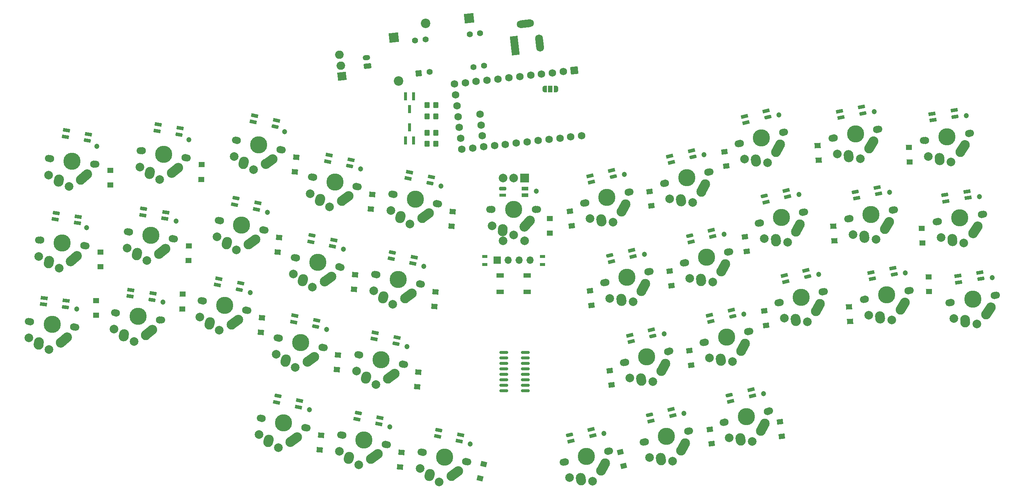
<source format=gbs>
G04 #@! TF.GenerationSoftware,KiCad,Pcbnew,(7.0.0-0)*
G04 #@! TF.CreationDate,2023-03-04T10:35:24+00:00*
G04 #@! TF.ProjectId,LeChiffre,4c654368-6966-4667-9265-2e6b69636164,rev?*
G04 #@! TF.SameCoordinates,Original*
G04 #@! TF.FileFunction,Soldermask,Bot*
G04 #@! TF.FilePolarity,Negative*
%FSLAX46Y46*%
G04 Gerber Fmt 4.6, Leading zero omitted, Abs format (unit mm)*
G04 Created by KiCad (PCBNEW (7.0.0-0)) date 2023-03-04 10:35:24*
%MOMM*%
%LPD*%
G01*
G04 APERTURE LIST*
G04 Aperture macros list*
%AMRoundRect*
0 Rectangle with rounded corners*
0 $1 Rounding radius*
0 $2 $3 $4 $5 $6 $7 $8 $9 X,Y pos of 4 corners*
0 Add a 4 corners polygon primitive as box body*
4,1,4,$2,$3,$4,$5,$6,$7,$8,$9,$2,$3,0*
0 Add four circle primitives for the rounded corners*
1,1,$1+$1,$2,$3*
1,1,$1+$1,$4,$5*
1,1,$1+$1,$6,$7*
1,1,$1+$1,$8,$9*
0 Add four rect primitives between the rounded corners*
20,1,$1+$1,$2,$3,$4,$5,0*
20,1,$1+$1,$4,$5,$6,$7,0*
20,1,$1+$1,$6,$7,$8,$9,0*
20,1,$1+$1,$8,$9,$2,$3,0*%
%AMHorizOval*
0 Thick line with rounded ends*
0 $1 width*
0 $2 $3 position (X,Y) of the first rounded end (center of the circle)*
0 $4 $5 position (X,Y) of the second rounded end (center of the circle)*
0 Add line between two ends*
20,1,$1,$2,$3,$4,$5,0*
0 Add two circle primitives to create the rounded ends*
1,1,$1,$2,$3*
1,1,$1,$4,$5*%
%AMRotRect*
0 Rectangle, with rotation*
0 The origin of the aperture is its center*
0 $1 length*
0 $2 width*
0 $3 Rotation angle, in degrees counterclockwise*
0 Add horizontal line*
21,1,$1,$2,0,0,$3*%
%AMFreePoly0*
4,1,19,0.550000,-0.750000,0.000000,-0.750000,0.000000,-0.744911,-0.071157,-0.744911,-0.207708,-0.704816,-0.327430,-0.627875,-0.420627,-0.520320,-0.479746,-0.390866,-0.500000,-0.250000,-0.500000,0.250000,-0.479746,0.390866,-0.420627,0.520320,-0.327430,0.627875,-0.207708,0.704816,-0.071157,0.744911,0.000000,0.744911,0.000000,0.750000,0.550000,0.750000,0.550000,-0.750000,0.550000,-0.750000,
$1*%
%AMFreePoly1*
4,1,19,0.000000,0.744911,0.071157,0.744911,0.207708,0.704816,0.327430,0.627875,0.420627,0.520320,0.479746,0.390866,0.500000,0.250000,0.500000,-0.250000,0.479746,-0.390866,0.420627,-0.520320,0.327430,-0.627875,0.207708,-0.704816,0.071157,-0.744911,0.000000,-0.744911,0.000000,-0.750000,-0.550000,-0.750000,-0.550000,0.750000,0.000000,0.750000,0.000000,0.744911,0.000000,0.744911,
$1*%
G04 Aperture macros list end*
%ADD10C,1.700000*%
%ADD11C,1.200000*%
%ADD12C,1.750000*%
%ADD13C,3.987800*%
%ADD14HorizOval,2.250000X-0.054968X-0.285445X0.054968X0.285445X0*%
%ADD15C,2.250000*%
%ADD16C,2.000000*%
%ADD17HorizOval,2.250000X-0.739078X-0.644739X0.739078X0.644739X0*%
%ADD18HorizOval,2.250000X-0.064896X-0.283352X0.064896X0.283352X0*%
%ADD19HorizOval,2.250000X-0.761129X-0.618553X0.761129X0.618553X0*%
%ADD20HorizOval,2.250000X-0.079637X-0.279568X0.079637X0.279568X0*%
%ADD21HorizOval,2.250000X-0.792459X-0.577871X0.792459X0.577871X0*%
%ADD22HorizOval,2.250000X0.050977X-0.286184X-0.050977X0.286184X0*%
%ADD23HorizOval,2.250000X-0.458935X-0.866778X0.458935X0.866778X0*%
%ADD24HorizOval,2.250000X0.035930X-0.288460X-0.035930X0.288460X0*%
%ADD25HorizOval,2.250000X-0.503670X-0.841571X0.503670X0.841571X0*%
%ADD26HorizOval,2.250000X0.025841X-0.289538X-0.025841X0.289538X0*%
%ADD27HorizOval,2.250000X-0.532734X-0.823481X0.532734X0.823481X0*%
%ADD28R,1.700000X1.700000*%
%ADD29O,1.700000X1.700000*%
%ADD30R,2.000000X2.000000*%
%ADD31HorizOval,2.250000X-0.019771X-0.290016X0.019771X0.290016X0*%
%ADD32HorizOval,2.250000X-0.654995X-0.730004X0.654995X0.730004X0*%
%ADD33RotRect,2.200000X2.200000X276.500000*%
%ADD34HorizOval,2.200000X0.000000X0.000000X0.000000X0.000000X0*%
%ADD35RotRect,4.400000X1.800000X96.500000*%
%ADD36HorizOval,1.800000X-0.124524X1.092929X0.124524X-1.092929X0*%
%ADD37HorizOval,1.800000X-1.092929X-0.124524X1.092929X0.124524X0*%
%ADD38RoundRect,0.250000X0.660604X-0.276998X0.581361X0.418502X-0.660604X0.276998X-0.581361X-0.418502X0*%
%ADD39HorizOval,1.200000X0.273232X0.031131X-0.273232X-0.031131X0*%
%ADD40RotRect,1.905000X2.000000X96.500000*%
%ADD41HorizOval,1.905000X0.047195X0.005377X-0.047195X-0.005377X0*%
%ADD42RotRect,1.400000X1.400000X96.500000*%
%ADD43C,1.400000*%
%ADD44RotRect,2.200000X2.200000X186.500000*%
%ADD45HorizOval,2.200000X0.000000X0.000000X0.000000X0.000000X0*%
%ADD46R,1.400000X1.200000*%
%ADD47RotRect,1.200000X1.400000X88.000000*%
%ADD48RotRect,1.200000X1.400000X85.000000*%
%ADD49RotRect,1.200000X1.400000X97.000000*%
%ADD50RotRect,1.200000X1.400000X94.000000*%
%ADD51RotRect,1.200000X1.400000X92.000000*%
%ADD52R,1.700000X1.000000*%
%ADD53R,1.300000X0.700000*%
%ADD54RoundRect,0.250000X-0.350000X-0.450000X0.350000X-0.450000X0.350000X0.450000X-0.350000X0.450000X0*%
%ADD55RotRect,1.622000X0.820000X348.000000*%
%ADD56RoundRect,0.205000X-0.635379X-0.074526X0.550136X-0.326515X0.635379X0.074526X-0.550136X0.326515X0*%
%ADD57RotRect,1.622000X0.803000X348.000000*%
%ADD58R,1.622000X0.820000*%
%ADD59RoundRect,0.205000X0.606000X0.205000X-0.606000X0.205000X-0.606000X-0.205000X0.606000X-0.205000X0*%
%ADD60R,1.622000X0.803000*%
%ADD61RotRect,1.622000X0.820000X168.000000*%
%ADD62RoundRect,0.205000X0.635379X0.074526X-0.550136X0.326515X-0.635379X-0.074526X0.550136X-0.326515X0*%
%ADD63RotRect,1.622000X0.803000X168.000000*%
%ADD64RotRect,1.622000X0.820000X14.000000*%
%ADD65RoundRect,0.205000X-0.538405X-0.345515X0.637593X-0.052306X0.538405X0.345515X-0.637593X0.052306X0*%
%ADD66RotRect,1.622000X0.803000X14.000000*%
%ADD67RotRect,1.200000X1.400000X104.000000*%
%ADD68RotRect,1.622000X0.820000X347.500000*%
%ADD69RoundRect,0.205000X-0.636006X-0.068978X0.547265X-0.331303X0.636006X0.068978X-0.547265X0.331303X0*%
%ADD70RotRect,1.622000X0.803000X347.500000*%
%ADD71RotRect,1.622000X0.820000X171.000000*%
%ADD72RoundRect,0.205000X0.630608X0.107677X-0.566470X0.297275X-0.630608X-0.107677X0.566470X-0.297275X0*%
%ADD73RotRect,1.622000X0.803000X171.000000*%
%ADD74RotRect,1.622000X0.820000X350.500000*%
%ADD75RoundRect,0.205000X-0.631524X-0.102170X0.563854X-0.302207X0.631524X0.102170X-0.563854X0.302207X0*%
%ADD76RotRect,1.622000X0.803000X350.500000*%
%ADD77RotRect,1.622000X0.820000X191.000000*%
%ADD78RoundRect,0.205000X0.555750X0.316864X-0.633982X0.085603X-0.555750X-0.316864X0.633982X-0.085603X0*%
%ADD79RotRect,1.622000X0.803000X191.000000*%
%ADD80RotRect,1.622000X0.820000X194.000000*%
%ADD81RoundRect,0.205000X0.538405X0.345515X-0.637593X0.052306X-0.538405X-0.345515X0.637593X-0.052306X0*%
%ADD82RotRect,1.622000X0.803000X194.000000*%
%ADD83RotRect,1.622000X0.820000X189.000000*%
%ADD84RoundRect,0.205000X0.566470X0.297275X-0.630608X0.107677X-0.566470X-0.297275X0.630608X-0.107677X0*%
%ADD85RotRect,1.622000X0.803000X189.000000*%
%ADD86RoundRect,0.150000X-0.825000X-0.150000X0.825000X-0.150000X0.825000X0.150000X-0.825000X0.150000X0*%
%ADD87R,0.800000X1.900000*%
%ADD88C,1.752600*%
%ADD89RotRect,1.752600X1.752600X186.500000*%
%ADD90RotRect,1.622000X0.820000X11.000000*%
%ADD91RoundRect,0.205000X-0.555750X-0.316864X0.633982X-0.085603X0.555750X0.316864X-0.633982X0.085603X0*%
%ADD92RotRect,1.622000X0.803000X11.000000*%
%ADD93FreePoly0,180.000000*%
%ADD94R,1.000000X1.500000*%
%ADD95FreePoly1,180.000000*%
%ADD96RotRect,1.622000X0.820000X9.000000*%
%ADD97RoundRect,0.205000X-0.566470X-0.297275X0.630608X-0.107677X0.566470X0.297275X-0.630608X0.107677X0*%
%ADD98RotRect,1.622000X0.803000X9.000000*%
%ADD99RoundRect,0.250000X0.350000X0.450000X-0.350000X0.450000X-0.350000X-0.450000X0.350000X-0.450000X0*%
%ADD100RotRect,1.622000X0.820000X351.000000*%
%ADD101RoundRect,0.205000X-0.630608X-0.107677X0.566470X-0.297275X0.630608X0.107677X-0.566470X0.297275X0*%
%ADD102RotRect,1.622000X0.803000X351.000000*%
%ADD103RotRect,1.200000X1.400000X76.000000*%
%ADD104RotRect,1.622000X0.820000X353.000000*%
%ADD105RoundRect,0.205000X-0.626466X-0.129619X0.576500X-0.277325X0.626466X0.129619X-0.576500X0.277325X0*%
%ADD106RotRect,1.622000X0.803000X353.000000*%
G04 APERTURE END LIST*
D10*
X47850155Y-69312435D03*
D11*
X48084093Y-65109618D03*
D12*
X47433285Y-69261250D03*
D13*
X42391151Y-68642154D03*
D12*
X37349017Y-68023058D03*
D10*
X36932147Y-67971873D03*
D14*
X39306405Y-73089382D03*
D15*
X39250988Y-73374740D03*
D16*
X36965317Y-71804483D03*
D17*
X45124125Y-72272281D03*
D15*
X44385039Y-72917012D03*
D16*
X41672122Y-74498176D03*
D10*
X45528545Y-88220439D03*
D11*
X45762483Y-84017622D03*
D12*
X45111675Y-88169254D03*
D13*
X40069541Y-87550158D03*
D12*
X35027407Y-86931062D03*
D10*
X34610537Y-86879877D03*
D14*
X36984795Y-91997386D03*
D15*
X36929378Y-92282744D03*
D16*
X34643707Y-90712487D03*
D17*
X42802515Y-91180285D03*
D15*
X42063429Y-91825016D03*
D16*
X39350512Y-93406180D03*
D10*
X43206934Y-107128445D03*
D11*
X43440872Y-102925628D03*
D12*
X42790064Y-107077260D03*
D13*
X37747930Y-106458164D03*
D12*
X32705796Y-105839068D03*
D10*
X32288926Y-105787883D03*
D14*
X34663184Y-110905392D03*
D15*
X34607767Y-111190750D03*
D16*
X32322096Y-109620493D03*
D17*
X40480904Y-110088291D03*
D15*
X39741818Y-110733022D03*
D16*
X37028901Y-112314186D03*
D10*
X69041707Y-67854600D03*
D11*
X69422179Y-63662507D03*
D12*
X68626878Y-67788897D03*
D13*
X63609421Y-66994210D03*
D12*
X58591964Y-66199523D03*
D10*
X58177135Y-66133820D03*
D18*
X60371348Y-71331072D03*
D15*
X60306006Y-71614323D03*
D16*
X58076528Y-69965253D03*
D19*
X66214040Y-70717506D03*
D15*
X65452904Y-71336050D03*
D16*
X62686458Y-72821571D03*
D10*
X66061631Y-86670062D03*
D11*
X66442103Y-82477969D03*
D12*
X65646802Y-86604359D03*
D13*
X60629345Y-85809672D03*
D12*
X55611888Y-85014985D03*
D10*
X55197059Y-84949282D03*
D18*
X57391272Y-90146534D03*
D15*
X57325930Y-90429785D03*
D16*
X55096452Y-88780715D03*
D19*
X63233964Y-89532968D03*
D15*
X62472828Y-90151512D03*
D16*
X59706382Y-91637033D03*
D10*
X63081553Y-105485526D03*
D11*
X63462025Y-101293433D03*
D12*
X62666724Y-105419823D03*
D13*
X57649267Y-104625136D03*
D12*
X52631810Y-103830449D03*
D10*
X52216981Y-103764746D03*
D18*
X54411194Y-108961998D03*
D15*
X54345852Y-109245249D03*
D16*
X52116374Y-107596179D03*
D19*
X60253886Y-108348432D03*
D15*
X59492750Y-108966976D03*
D16*
X56726304Y-110452497D03*
D10*
X87046047Y-84593789D03*
D11*
X87645395Y-80427354D03*
D12*
X86635225Y-84506466D03*
D13*
X81666235Y-83450275D03*
D12*
X76697245Y-82394084D03*
D10*
X76286423Y-82306761D03*
D20*
X78205625Y-87611727D03*
D15*
X78125549Y-87891169D03*
D16*
X75985433Y-86127677D03*
D21*
X84072422Y-87304783D03*
D15*
X83279957Y-87882645D03*
D16*
X80439556Y-89221346D03*
D10*
X83085329Y-103227503D03*
D11*
X83684677Y-99061068D03*
D12*
X82674507Y-103140180D03*
D13*
X77705517Y-102083989D03*
D12*
X72736527Y-101027798D03*
D10*
X72325705Y-100940475D03*
D20*
X74244907Y-106245441D03*
D15*
X74164831Y-106524883D03*
D16*
X72024715Y-104761391D03*
D21*
X80111704Y-105938497D03*
D15*
X79319239Y-106516359D03*
D16*
X76478838Y-107855060D03*
D10*
X108650296Y-74579222D03*
D11*
X109249644Y-70412787D03*
D12*
X108239474Y-74491899D03*
D13*
X103270484Y-73435708D03*
D12*
X98301494Y-72379517D03*
D10*
X97890672Y-72292194D03*
D20*
X99809874Y-77597160D03*
D15*
X99729798Y-77876602D03*
D16*
X97589682Y-76113110D03*
D21*
X105676671Y-77290216D03*
D15*
X104884206Y-77868078D03*
D16*
X102043805Y-79206779D03*
D10*
X104689579Y-93212935D03*
D11*
X105288927Y-89046500D03*
D12*
X104278757Y-93125612D03*
D13*
X99309767Y-92069421D03*
D12*
X94340777Y-91013230D03*
D10*
X93929955Y-90925907D03*
D20*
X95849157Y-96230873D03*
D15*
X95769081Y-96510315D03*
D16*
X93628965Y-94746823D03*
D21*
X101715954Y-95923929D03*
D15*
X100923489Y-96501791D03*
D16*
X98083088Y-97840492D03*
D10*
X100728861Y-111846646D03*
D11*
X101328209Y-107680211D03*
D12*
X100318039Y-111759323D03*
D13*
X95349049Y-110703132D03*
D12*
X90380059Y-109646941D03*
D10*
X89969237Y-109559618D03*
D20*
X91888439Y-114864584D03*
D15*
X91808363Y-115144026D03*
D16*
X89668247Y-113380534D03*
D21*
X97755236Y-114557640D03*
D15*
X96962771Y-115135502D03*
D16*
X94122370Y-116474203D03*
D10*
X127284008Y-78539940D03*
D11*
X127883356Y-74373505D03*
D12*
X126873186Y-78452617D03*
D13*
X121904196Y-77396426D03*
D12*
X116935206Y-76340235D03*
D10*
X116524384Y-76252912D03*
D20*
X118443586Y-81557878D03*
D15*
X118363510Y-81837320D03*
D16*
X116223394Y-80073828D03*
D21*
X124310383Y-81250934D03*
D15*
X123517918Y-81828796D03*
D16*
X120677517Y-83167497D03*
D10*
X123323291Y-97173653D03*
D11*
X123922639Y-93007218D03*
D12*
X122912469Y-97086330D03*
D13*
X117943479Y-96030139D03*
D12*
X112974489Y-94973948D03*
D10*
X112563667Y-94886625D03*
D20*
X114482869Y-100191591D03*
D15*
X114402793Y-100471033D03*
D16*
X112262677Y-98707541D03*
D21*
X120349666Y-99884647D03*
D15*
X119557201Y-100462509D03*
D16*
X116716800Y-101801210D03*
D10*
X119362574Y-115807365D03*
D11*
X119961922Y-111640930D03*
D12*
X118951752Y-115720042D03*
D13*
X113982762Y-114663851D03*
D12*
X109013772Y-113607660D03*
D10*
X108602950Y-113520337D03*
D20*
X110522152Y-118825303D03*
D15*
X110442076Y-119104745D03*
D16*
X108301960Y-117341253D03*
D21*
X116388949Y-118518359D03*
D15*
X115596484Y-119096221D03*
D16*
X112756083Y-120434922D03*
D10*
X115399566Y-134428349D03*
D11*
X115998914Y-130261914D03*
D12*
X114988744Y-134341026D03*
D13*
X110019754Y-133284835D03*
D12*
X105050764Y-132228644D03*
D10*
X104639942Y-132141321D03*
D20*
X106559144Y-137446287D03*
D15*
X106479068Y-137725729D03*
D16*
X104338952Y-135962237D03*
D21*
X112425941Y-137139343D03*
D15*
X111633476Y-137717205D03*
D16*
X108793075Y-139055906D03*
D10*
X171664957Y-75704338D03*
D11*
X170377203Y-71696834D03*
D12*
X171257433Y-75805945D03*
D13*
X166328331Y-77034908D03*
D12*
X161399229Y-78263871D03*
D10*
X160991705Y-78365478D03*
D22*
X165042216Y-82292227D03*
D15*
X165092743Y-82578492D03*
D16*
X162396156Y-81931641D03*
D23*
X170180703Y-79444514D03*
D15*
X169721758Y-80311286D03*
D16*
X167755670Y-82759653D03*
D10*
X176273570Y-94188473D03*
D11*
X174985816Y-90180969D03*
D12*
X175866046Y-94290080D03*
D13*
X170936944Y-95519043D03*
D12*
X166007842Y-96748006D03*
D10*
X165600318Y-96849613D03*
D22*
X169650829Y-100776362D03*
D15*
X169701356Y-101062627D03*
D16*
X167004769Y-100415776D03*
D23*
X174789316Y-97928649D03*
D15*
X174330371Y-98795421D03*
D16*
X172364283Y-101243788D03*
D10*
X180882179Y-112672606D03*
D11*
X179594425Y-108665102D03*
D12*
X180474655Y-112774213D03*
D13*
X175545553Y-114003176D03*
D12*
X170616451Y-115232139D03*
D10*
X170208927Y-115333746D03*
D22*
X174259438Y-119260495D03*
D15*
X174309965Y-119546760D03*
D16*
X171613378Y-118899909D03*
D23*
X179397925Y-116412782D03*
D15*
X178938980Y-117279554D03*
D16*
X176972892Y-119727921D03*
D10*
X185462861Y-131147597D03*
D11*
X184175107Y-127140093D03*
D12*
X185055337Y-131249204D03*
D13*
X180126235Y-132478167D03*
D12*
X175197133Y-133707130D03*
D10*
X174789609Y-133808737D03*
D22*
X178840120Y-137735486D03*
D15*
X178890647Y-138021751D03*
D16*
X176194060Y-137374900D03*
D23*
X183978607Y-134887773D03*
D15*
X183519662Y-135754545D03*
D16*
X181553574Y-138202912D03*
D10*
X190149090Y-71095728D03*
D11*
X188861336Y-67088224D03*
D12*
X189741566Y-71197335D03*
D13*
X184812464Y-72426298D03*
D12*
X179883362Y-73655261D03*
D10*
X179475838Y-73756868D03*
D22*
X183526349Y-77683617D03*
D15*
X183576876Y-77969882D03*
D16*
X180880289Y-77323031D03*
D23*
X188664836Y-74835904D03*
D15*
X188205891Y-75702676D03*
D16*
X186239803Y-78151043D03*
D10*
X194757702Y-89579861D03*
D11*
X193469948Y-85572357D03*
D12*
X194350178Y-89681468D03*
D13*
X189421076Y-90910431D03*
D12*
X184491974Y-92139394D03*
D10*
X184084450Y-92241001D03*
D22*
X188134961Y-96167750D03*
D15*
X188185488Y-96454015D03*
D16*
X185488901Y-95807164D03*
D23*
X193273448Y-93320037D03*
D15*
X192814503Y-94186809D03*
D16*
X190848415Y-96635176D03*
D10*
X199366314Y-108063994D03*
D11*
X198078560Y-104056490D03*
D12*
X198958790Y-108165601D03*
D13*
X194029688Y-109394564D03*
D12*
X189100586Y-110623527D03*
D10*
X188693062Y-110725134D03*
D22*
X192743573Y-114651883D03*
D15*
X192794100Y-114938148D03*
D16*
X190097513Y-114291297D03*
D23*
X197882060Y-111804170D03*
D15*
X197423115Y-112670942D03*
D16*
X195457027Y-115119309D03*
D10*
X203941683Y-126561411D03*
D11*
X202653929Y-122553907D03*
D12*
X203534159Y-126663018D03*
D13*
X198605057Y-127891981D03*
D12*
X193675955Y-129120944D03*
D10*
X193268431Y-129222551D03*
D22*
X197318942Y-133149300D03*
D15*
X197369469Y-133435565D03*
D16*
X194672882Y-132788714D03*
D23*
X202457429Y-130301587D03*
D15*
X201998484Y-131168359D03*
D16*
X200032396Y-133616726D03*
D10*
X207481071Y-61866081D03*
D11*
X206193317Y-57858577D03*
D12*
X207073547Y-61967688D03*
D13*
X202144445Y-63196651D03*
D12*
X197215343Y-64425614D03*
D10*
X196807819Y-64527221D03*
D22*
X200858330Y-68453970D03*
D15*
X200908857Y-68740235D03*
D16*
X198212270Y-68093384D03*
D23*
X205996817Y-65606257D03*
D15*
X205537872Y-66473029D03*
D16*
X203571784Y-68921396D03*
D10*
X212089683Y-80350215D03*
D11*
X210801929Y-76342711D03*
D12*
X211682159Y-80451822D03*
D13*
X206753057Y-81680785D03*
D12*
X201823955Y-82909748D03*
D10*
X201416431Y-83011355D03*
D22*
X205466942Y-86938104D03*
D15*
X205517469Y-87224369D03*
D16*
X202820882Y-86577518D03*
D23*
X210605429Y-84090391D03*
D15*
X210146484Y-84957163D03*
D16*
X208180396Y-87405530D03*
D10*
X216698294Y-98834349D03*
D11*
X215410540Y-94826845D03*
D12*
X216290770Y-98935956D03*
D13*
X211361668Y-100164919D03*
D12*
X206432566Y-101393882D03*
D10*
X206025042Y-101495489D03*
D22*
X210075553Y-105422238D03*
D15*
X210126080Y-105708503D03*
D16*
X207429493Y-105061652D03*
D23*
X215214040Y-102574525D03*
D15*
X214755095Y-103441297D03*
D16*
X212789007Y-105889664D03*
D10*
X229315722Y-61188050D03*
D11*
X228239468Y-57118642D03*
D12*
X228903438Y-61268189D03*
D13*
X223916772Y-62237499D03*
D12*
X218930106Y-63206809D03*
D10*
X218517822Y-63286948D03*
D24*
X222357274Y-67420303D03*
D15*
X222392749Y-67708820D03*
D16*
X219733710Y-66921727D03*
D25*
X227637755Y-64845420D03*
D15*
X227134076Y-65686985D03*
D16*
X225042545Y-68029099D03*
D10*
X232950632Y-79888045D03*
D11*
X231874378Y-75818637D03*
D12*
X232538348Y-79968184D03*
D13*
X227551682Y-80937494D03*
D12*
X222565016Y-81906804D03*
D10*
X222152732Y-81986943D03*
D24*
X225992184Y-86120298D03*
D15*
X226027659Y-86408815D03*
D16*
X223368620Y-85621722D03*
D25*
X231272665Y-83545415D03*
D15*
X230768986Y-84386980D03*
D16*
X228677455Y-86729094D03*
D10*
X236585546Y-98588043D03*
D11*
X235509292Y-94518635D03*
D12*
X236173262Y-98668182D03*
D13*
X231186596Y-99637492D03*
D12*
X226199930Y-100606802D03*
D10*
X225787646Y-100686941D03*
D24*
X229627098Y-104820296D03*
D15*
X229662573Y-105108813D03*
D16*
X227003534Y-104321720D03*
D25*
X234907579Y-102245413D03*
D15*
X234403900Y-103086978D03*
D16*
X232312369Y-105429092D03*
D10*
X250580275Y-62096044D03*
D11*
X249646697Y-57991555D03*
D12*
X250165446Y-62161747D03*
D13*
X245147989Y-62956434D03*
D12*
X240130532Y-63751121D03*
D10*
X239715703Y-63816824D03*
D26*
X243408563Y-68081655D03*
D15*
X243433948Y-68371234D03*
D16*
X240803998Y-67491822D03*
D27*
X248775690Y-65692627D03*
D15*
X248242948Y-66516101D03*
D16*
X246070952Y-68783795D03*
D10*
X253560353Y-80911505D03*
D11*
X252626775Y-76807016D03*
D12*
X253145524Y-80977208D03*
D13*
X248128067Y-81771895D03*
D12*
X243110610Y-82566582D03*
D10*
X242695781Y-82632285D03*
D26*
X246388641Y-86897116D03*
D15*
X246414026Y-87186695D03*
D16*
X243784076Y-86307283D03*
D27*
X251755768Y-84508088D03*
D15*
X251223026Y-85331562D03*
D16*
X249051030Y-87599256D03*
D10*
X256540430Y-99726970D03*
D11*
X255606852Y-95622481D03*
D12*
X256125601Y-99792673D03*
D13*
X251108144Y-100587360D03*
D12*
X246090687Y-101382047D03*
D10*
X245675858Y-101447750D03*
D26*
X249368718Y-105712581D03*
D15*
X249394103Y-106002160D03*
D16*
X246764153Y-105122748D03*
D27*
X254735845Y-103323553D03*
D15*
X254203103Y-104147027D03*
D16*
X252031107Y-106414721D03*
D28*
X140927270Y-91597222D03*
D29*
X143467270Y-91597222D03*
X146007270Y-91597222D03*
X148547270Y-91597222D03*
D10*
X96757085Y-130477601D03*
D11*
X97356433Y-126311166D03*
D12*
X96346263Y-130390278D03*
D13*
X91377273Y-129334087D03*
D12*
X86408283Y-128277896D03*
D10*
X85997461Y-128190573D03*
D20*
X87916663Y-133495539D03*
D15*
X87836587Y-133774981D03*
D16*
X85696471Y-132011489D03*
D21*
X93783460Y-133188595D03*
D15*
X92990995Y-133766457D03*
D16*
X90150594Y-135105158D03*
D10*
X91006764Y-65960077D03*
D11*
X91606112Y-61793642D03*
D12*
X90595942Y-65872754D03*
D13*
X85626952Y-64816563D03*
D12*
X80657962Y-63760372D03*
D10*
X80247140Y-63673049D03*
D20*
X82166342Y-68978015D03*
D15*
X82086266Y-69257457D03*
D16*
X79946150Y-67493965D03*
D21*
X88033139Y-68671071D03*
D15*
X87240674Y-69248933D03*
D16*
X84400273Y-70587634D03*
D30*
X147227272Y-72537223D03*
D16*
X142227273Y-72537224D03*
X144727273Y-72537224D03*
X142227273Y-87037224D03*
X147227273Y-87037224D03*
D10*
X150227272Y-79787224D03*
D11*
X149947272Y-75587224D03*
D12*
X149807272Y-79787224D03*
D13*
X144727272Y-79787224D03*
D12*
X139647272Y-79787224D03*
D10*
X139227272Y-79787224D03*
D31*
X142207500Y-84577239D03*
D15*
X142187272Y-84867224D03*
D16*
X139727272Y-83587224D03*
D32*
X147882276Y-83057227D03*
D15*
X147227272Y-83787224D03*
D16*
X144727272Y-85687224D03*
D10*
X134072708Y-138382180D03*
D11*
X134672056Y-134215745D03*
D12*
X133661886Y-138294857D03*
D13*
X128692896Y-137238666D03*
D12*
X123723906Y-136182475D03*
D10*
X123313084Y-136095152D03*
D20*
X125232286Y-141400118D03*
D15*
X125152210Y-141679560D03*
D16*
X123012094Y-139916068D03*
D21*
X131099083Y-141093174D03*
D15*
X130306618Y-141671036D03*
D16*
X127466217Y-143009737D03*
D33*
X116899999Y-39919999D03*
D34*
X118050144Y-50014689D03*
D10*
X166920692Y-135809014D03*
D11*
X165632938Y-131801510D03*
D12*
X166513168Y-135910621D03*
D13*
X161584066Y-137139584D03*
D12*
X156654964Y-138368547D03*
D10*
X156247440Y-138470154D03*
D22*
X160297951Y-142396903D03*
D15*
X160348478Y-142683168D03*
D16*
X157651891Y-142036317D03*
D23*
X165436438Y-139549190D03*
D15*
X164977493Y-140415962D03*
D16*
X163011405Y-142864329D03*
D35*
X144949999Y-41799999D03*
D36*
X150712716Y-41143420D03*
D37*
X147387339Y-36691244D03*
D38*
X110850000Y-46550000D03*
D39*
X110623593Y-44562855D03*
D40*
X104926461Y-48916695D03*
D41*
X104638925Y-46393022D03*
X104351389Y-43869350D03*
D42*
X122676326Y-48187535D03*
D43*
X125200000Y-47900000D03*
X135394047Y-46738535D03*
X137818362Y-46462319D03*
X136955754Y-38891301D03*
X134531438Y-39167517D03*
X124337391Y-40328982D03*
X121813719Y-40616518D03*
D44*
X134379999Y-35449999D03*
D45*
X124285309Y-36600144D03*
D46*
X51281151Y-74152153D03*
X51281151Y-70752153D03*
X48959539Y-93060157D03*
X48959539Y-89660157D03*
X47907928Y-104348163D03*
X47907928Y-100948163D03*
D47*
X72301709Y-72811108D03*
X72420367Y-69413180D03*
X69321633Y-91626569D03*
X69440291Y-88228641D03*
X67876715Y-102870998D03*
X67995373Y-99473070D03*
D48*
X94002894Y-71080410D03*
X94299224Y-67693348D03*
X90042177Y-89714121D03*
X90338507Y-86327059D03*
X86081459Y-108347834D03*
X86377789Y-104960772D03*
X111646426Y-79699555D03*
X111942756Y-76312493D03*
X107685708Y-98333266D03*
X107982038Y-94946204D03*
X103724991Y-116966979D03*
X104021321Y-113579917D03*
X99753214Y-135597933D03*
X100049544Y-132210871D03*
X130280138Y-83660273D03*
X130576468Y-80273211D03*
X126319421Y-102293984D03*
X126615751Y-98906922D03*
X122358703Y-120927698D03*
X122655033Y-117540636D03*
X118395695Y-139548681D03*
X118692025Y-136161619D03*
D49*
X158176095Y-83587255D03*
X157761739Y-80212599D03*
X162784707Y-102071389D03*
X162370351Y-98696733D03*
X167393317Y-120555523D03*
X166978961Y-117180867D03*
X190572455Y-134187835D03*
X190158099Y-130813179D03*
X176660228Y-78978643D03*
X176245872Y-75603987D03*
X181268840Y-97462778D03*
X180854484Y-94088122D03*
X185877452Y-115946910D03*
X185463096Y-112572254D03*
X206839758Y-132432264D03*
X206425402Y-129057608D03*
X193992209Y-69748998D03*
X193577853Y-66374342D03*
X198755594Y-89493665D03*
X198341238Y-86119009D03*
X203209432Y-106717265D03*
X202795076Y-103342609D03*
D50*
X215432784Y-68354209D03*
X215195612Y-64962491D03*
X219067695Y-87054206D03*
X218830523Y-83662488D03*
X222702608Y-105754204D03*
X222465436Y-102362486D03*
D51*
X236455700Y-68773332D03*
X236337042Y-65375404D03*
X239435777Y-87588794D03*
X239317119Y-84190866D03*
X241007617Y-98828791D03*
X240888959Y-95430863D03*
D52*
X141577271Y-98947222D03*
X147877271Y-98947222D03*
X141577271Y-95147222D03*
X147877271Y-95147222D03*
D46*
X153109272Y-85297224D03*
X153109272Y-81897224D03*
D53*
X151392399Y-90698308D03*
X151392399Y-92598308D03*
X138057399Y-90698308D03*
X138057399Y-92598308D03*
D54*
X124655717Y-55552254D03*
X126655717Y-55552254D03*
D55*
X101950184Y-67194823D03*
X101638316Y-68662044D03*
D56*
X106703165Y-69738612D03*
D57*
X107013265Y-68279704D03*
D58*
X147316270Y-76473222D03*
X147316270Y-74973222D03*
D59*
X142138271Y-74973223D03*
D60*
X142138270Y-76464722D03*
D55*
X94028749Y-104462249D03*
X93716881Y-105929470D03*
D56*
X98781730Y-107006038D03*
D57*
X99091830Y-105547130D03*
D61*
X94821096Y-125639360D03*
X95132964Y-124172139D03*
D62*
X90068117Y-123095573D03*
D63*
X89758015Y-124554479D03*
D64*
X198221944Y-58166161D03*
X198584827Y-59621605D03*
D65*
X203609019Y-58368934D03*
D66*
X203248192Y-56921737D03*
D61*
X121376160Y-92333042D03*
X121688028Y-90865821D03*
D62*
X116623181Y-89789255D03*
D63*
X116313079Y-91248161D03*
D67*
X170225790Y-139354761D03*
X169403256Y-136055755D03*
D68*
X84679141Y-58008272D03*
X84354482Y-59472716D03*
D69*
X89409744Y-60593441D03*
D70*
X89732562Y-59137295D03*
D61*
X113452434Y-129587739D03*
X113764302Y-128120518D03*
D62*
X108699455Y-127043952D03*
D63*
X108389353Y-128502858D03*
D71*
X43587798Y-82933774D03*
X43822450Y-81452242D03*
D72*
X38708201Y-80642225D03*
D73*
X38474878Y-82115361D03*
D54*
X124655717Y-62029253D03*
X126655717Y-62029253D03*
D55*
X76385217Y-95843104D03*
X76073349Y-97310325D03*
D56*
X81138198Y-98386893D03*
D57*
X81448298Y-96927985D03*
D61*
X102742447Y-88372324D03*
X103054315Y-86905103D03*
D62*
X97989468Y-85828537D03*
D63*
X97679366Y-87287443D03*
D61*
X85098916Y-79753178D03*
X85410784Y-78285957D03*
D62*
X80345937Y-77209391D03*
D63*
X80035835Y-78668297D03*
D74*
X62317965Y-60068513D03*
X62070394Y-61547941D03*
D75*
X67177382Y-62402558D03*
D76*
X67423549Y-60931512D03*
D77*
X229266911Y-76193042D03*
X228980697Y-74720601D03*
D78*
X223897832Y-75708611D03*
D79*
X224182423Y-77172707D03*
D64*
X162405830Y-72004420D03*
X162768713Y-73459864D03*
D65*
X167792905Y-72207193D03*
D66*
X167432078Y-70759996D03*
D80*
X163048637Y-132311866D03*
X162685754Y-130856422D03*
D81*
X157661564Y-132109095D03*
D82*
X158022389Y-133556290D03*
D83*
X250007831Y-77090195D03*
X249773179Y-75608663D03*
D84*
X244658930Y-76418682D03*
D85*
X244892251Y-77891818D03*
D64*
X190107188Y-104364075D03*
X190470071Y-105819519D03*
D65*
X195494263Y-104566848D03*
D66*
X195133436Y-103119651D03*
D64*
X171623053Y-108972688D03*
X171985936Y-110428132D03*
D65*
X177010128Y-109175461D03*
D66*
X176649301Y-107728264D03*
D86*
X142437274Y-121892224D03*
X142437274Y-120622224D03*
X142437274Y-119352224D03*
X142437274Y-118082224D03*
X142437274Y-116812224D03*
X142437274Y-115542224D03*
X142437274Y-114272224D03*
X142437274Y-113002224D03*
X147387274Y-113002224D03*
X147387274Y-114272224D03*
X147387274Y-115542224D03*
X147387274Y-116812224D03*
X147387274Y-118082224D03*
X147387274Y-119352224D03*
X147387274Y-120622224D03*
X147387274Y-121892224D03*
D80*
X190885650Y-86082711D03*
X190522767Y-84627267D03*
D81*
X185498577Y-85879940D03*
D82*
X185859402Y-87327135D03*
D87*
X121525716Y-63783253D03*
X119625716Y-63783253D03*
X120575716Y-60783253D03*
D88*
X160470625Y-62666599D03*
X157946953Y-62954135D03*
X155423280Y-63241671D03*
X152899608Y-63529207D03*
X150375935Y-63816743D03*
X147852263Y-64104279D03*
X145328590Y-64391816D03*
X142804918Y-64679352D03*
X140281245Y-64966888D03*
X137757573Y-65254424D03*
X135233900Y-65541960D03*
X132710228Y-65829496D03*
X130985011Y-50687461D03*
X133508683Y-50399925D03*
X136032356Y-50112389D03*
X138556028Y-49824853D03*
X141079701Y-49537317D03*
X143603373Y-49249781D03*
X146127046Y-48962244D03*
X148650718Y-48674708D03*
X151174391Y-48387172D03*
X153698063Y-48099636D03*
X156221736Y-47812100D03*
D89*
X158745407Y-47524563D03*
D88*
X137470037Y-62730752D03*
X132422692Y-63305824D03*
X137182500Y-60207079D03*
X132135155Y-60782151D03*
X136894964Y-57683407D03*
X131847619Y-58258479D03*
X131560083Y-55734806D03*
X131272547Y-53211134D03*
D80*
X200069631Y-123064262D03*
X199706748Y-121608818D03*
D81*
X194682558Y-122861491D03*
D82*
X195043383Y-124308686D03*
D90*
X227532742Y-94408608D03*
X227818956Y-95881049D03*
D91*
X232901823Y-94893041D03*
D92*
X232617230Y-93428943D03*
D64*
X207439166Y-95134430D03*
X207802049Y-96589874D03*
D65*
X212826241Y-95337203D03*
D66*
X212465414Y-93890006D03*
D55*
X120583896Y-71155541D03*
X120272028Y-72622762D03*
D56*
X125336877Y-73699330D03*
D57*
X125646977Y-72240422D03*
D80*
X181590807Y-127650450D03*
X181227924Y-126195006D03*
D81*
X176203734Y-127447679D03*
D82*
X176564559Y-128894874D03*
D55*
X112662462Y-108422966D03*
X112350594Y-109890187D03*
D56*
X117415443Y-110966755D03*
D57*
X117725543Y-109507847D03*
D93*
X154514717Y-51869253D03*
D94*
X153214716Y-51869252D03*
D95*
X151914717Y-51869253D03*
D96*
X247639004Y-95234145D03*
X247873656Y-96715677D03*
D97*
X252987907Y-95905660D03*
D98*
X252754584Y-94432522D03*
D99*
X126655717Y-64569254D03*
X124655717Y-64569254D03*
D100*
X56004154Y-98461901D03*
X55769502Y-99943433D03*
D101*
X60883753Y-100753452D03*
D102*
X61117074Y-99280314D03*
D90*
X220262919Y-57008613D03*
X220549133Y-58481054D03*
D91*
X225632000Y-57493046D03*
D92*
X225347407Y-56028948D03*
D103*
X136928449Y-142164756D03*
X137750983Y-138865750D03*
D64*
X180889963Y-67395808D03*
X181252846Y-68851252D03*
D65*
X186277038Y-67598581D03*
D66*
X185916211Y-66151384D03*
D104*
X35888726Y-100356098D03*
X35705922Y-101844917D03*
D105*
X40845327Y-102475957D03*
D106*
X41027094Y-100995574D03*
D96*
X241678851Y-57603218D03*
X241913503Y-59084750D03*
D97*
X247027754Y-58274733D03*
D98*
X246794431Y-56801595D03*
D71*
X63863830Y-81937991D03*
X64098482Y-80456459D03*
D72*
X58984233Y-79646442D03*
D73*
X58750910Y-81119578D03*
D99*
X126655717Y-58219254D03*
X124655717Y-58219254D03*
D74*
X41086944Y-61458956D03*
X40839373Y-62938384D03*
D75*
X45946361Y-63793001D03*
D76*
X46192528Y-62321955D03*
D80*
X172401515Y-90691325D03*
X172038632Y-89235881D03*
D81*
X167014442Y-90488554D03*
D82*
X167375267Y-91935749D03*
D87*
X119625716Y-53544253D03*
X121525716Y-53544253D03*
X120575716Y-56544253D03*
D61*
X132125577Y-133541569D03*
X132437445Y-132074348D03*
D62*
X127372598Y-130997782D03*
D63*
X127062496Y-132456688D03*
D80*
X208217628Y-76853067D03*
X207854745Y-75397623D03*
D81*
X202830555Y-76650296D03*
D82*
X203191380Y-78097491D03*
M02*

</source>
